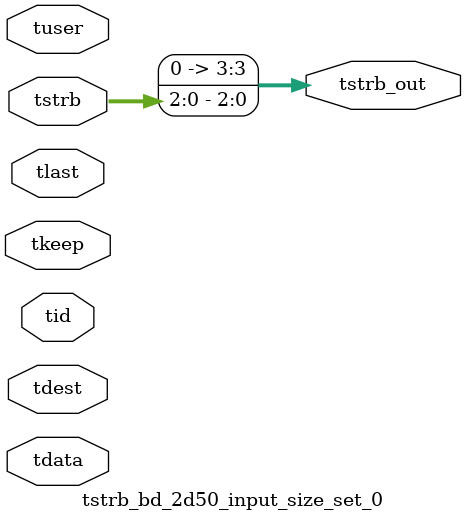
<source format=v>


`timescale 1ps/1ps

module tstrb_bd_2d50_input_size_set_0 #
(
parameter C_S_AXIS_TDATA_WIDTH = 32,
parameter C_S_AXIS_TUSER_WIDTH = 0,
parameter C_S_AXIS_TID_WIDTH   = 0,
parameter C_S_AXIS_TDEST_WIDTH = 0,
parameter C_M_AXIS_TDATA_WIDTH = 32
)
(
input  [(C_S_AXIS_TDATA_WIDTH == 0 ? 1 : C_S_AXIS_TDATA_WIDTH)-1:0     ] tdata,
input  [(C_S_AXIS_TUSER_WIDTH == 0 ? 1 : C_S_AXIS_TUSER_WIDTH)-1:0     ] tuser,
input  [(C_S_AXIS_TID_WIDTH   == 0 ? 1 : C_S_AXIS_TID_WIDTH)-1:0       ] tid,
input  [(C_S_AXIS_TDEST_WIDTH == 0 ? 1 : C_S_AXIS_TDEST_WIDTH)-1:0     ] tdest,
input  [(C_S_AXIS_TDATA_WIDTH/8)-1:0 ] tkeep,
input  [(C_S_AXIS_TDATA_WIDTH/8)-1:0 ] tstrb,
input                                                                    tlast,
output [(C_M_AXIS_TDATA_WIDTH/8)-1:0 ] tstrb_out
);

assign tstrb_out = {tstrb[2:0]};

endmodule


</source>
